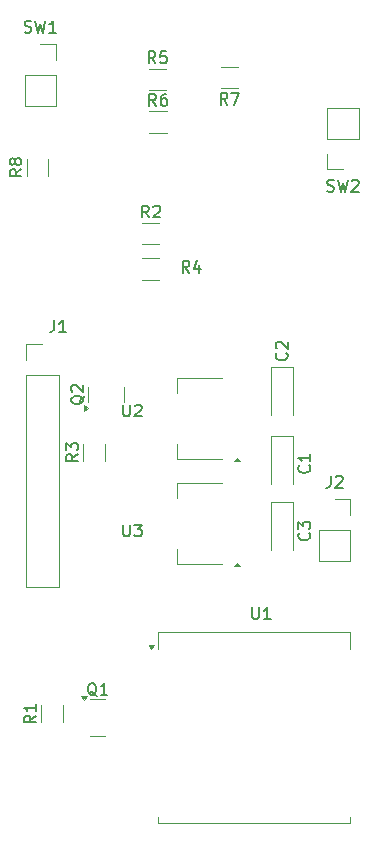
<source format=gbr>
%TF.GenerationSoftware,KiCad,Pcbnew,9.0.4*%
%TF.CreationDate,2025-09-14T15:21:27+10:00*%
%TF.ProjectId,opensenceesp32,6f70656e-7365-46e6-9365-65737033322e,rev?*%
%TF.SameCoordinates,Original*%
%TF.FileFunction,Legend,Top*%
%TF.FilePolarity,Positive*%
%FSLAX46Y46*%
G04 Gerber Fmt 4.6, Leading zero omitted, Abs format (unit mm)*
G04 Created by KiCad (PCBNEW 9.0.4) date 2025-09-14 15:21:27*
%MOMM*%
%LPD*%
G01*
G04 APERTURE LIST*
%ADD10C,0.150000*%
%ADD11C,0.120000*%
G04 APERTURE END LIST*
D10*
X242236666Y-99300819D02*
X242236666Y-100015104D01*
X242236666Y-100015104D02*
X242189047Y-100157961D01*
X242189047Y-100157961D02*
X242093809Y-100253200D01*
X242093809Y-100253200D02*
X241950952Y-100300819D01*
X241950952Y-100300819D02*
X241855714Y-100300819D01*
X242665238Y-99396057D02*
X242712857Y-99348438D01*
X242712857Y-99348438D02*
X242808095Y-99300819D01*
X242808095Y-99300819D02*
X243046190Y-99300819D01*
X243046190Y-99300819D02*
X243141428Y-99348438D01*
X243141428Y-99348438D02*
X243189047Y-99396057D01*
X243189047Y-99396057D02*
X243236666Y-99491295D01*
X243236666Y-99491295D02*
X243236666Y-99586533D01*
X243236666Y-99586533D02*
X243189047Y-99729390D01*
X243189047Y-99729390D02*
X242617619Y-100300819D01*
X242617619Y-100300819D02*
X243236666Y-100300819D01*
X220824019Y-97473466D02*
X220347828Y-97806799D01*
X220824019Y-98044894D02*
X219824019Y-98044894D01*
X219824019Y-98044894D02*
X219824019Y-97663942D01*
X219824019Y-97663942D02*
X219871638Y-97568704D01*
X219871638Y-97568704D02*
X219919257Y-97521085D01*
X219919257Y-97521085D02*
X220014495Y-97473466D01*
X220014495Y-97473466D02*
X220157352Y-97473466D01*
X220157352Y-97473466D02*
X220252590Y-97521085D01*
X220252590Y-97521085D02*
X220300209Y-97568704D01*
X220300209Y-97568704D02*
X220347828Y-97663942D01*
X220347828Y-97663942D02*
X220347828Y-98044894D01*
X219824019Y-97140132D02*
X219824019Y-96521085D01*
X219824019Y-96521085D02*
X220204971Y-96854418D01*
X220204971Y-96854418D02*
X220204971Y-96711561D01*
X220204971Y-96711561D02*
X220252590Y-96616323D01*
X220252590Y-96616323D02*
X220300209Y-96568704D01*
X220300209Y-96568704D02*
X220395447Y-96521085D01*
X220395447Y-96521085D02*
X220633542Y-96521085D01*
X220633542Y-96521085D02*
X220728780Y-96568704D01*
X220728780Y-96568704D02*
X220776400Y-96616323D01*
X220776400Y-96616323D02*
X220824019Y-96711561D01*
X220824019Y-96711561D02*
X220824019Y-96997275D01*
X220824019Y-96997275D02*
X220776400Y-97092513D01*
X220776400Y-97092513D02*
X220728780Y-97140132D01*
X224663095Y-103424819D02*
X224663095Y-104234342D01*
X224663095Y-104234342D02*
X224710714Y-104329580D01*
X224710714Y-104329580D02*
X224758333Y-104377200D01*
X224758333Y-104377200D02*
X224853571Y-104424819D01*
X224853571Y-104424819D02*
X225044047Y-104424819D01*
X225044047Y-104424819D02*
X225139285Y-104377200D01*
X225139285Y-104377200D02*
X225186904Y-104329580D01*
X225186904Y-104329580D02*
X225234523Y-104234342D01*
X225234523Y-104234342D02*
X225234523Y-103424819D01*
X225615476Y-103424819D02*
X226234523Y-103424819D01*
X226234523Y-103424819D02*
X225901190Y-103805771D01*
X225901190Y-103805771D02*
X226044047Y-103805771D01*
X226044047Y-103805771D02*
X226139285Y-103853390D01*
X226139285Y-103853390D02*
X226186904Y-103901009D01*
X226186904Y-103901009D02*
X226234523Y-103996247D01*
X226234523Y-103996247D02*
X226234523Y-104234342D01*
X226234523Y-104234342D02*
X226186904Y-104329580D01*
X226186904Y-104329580D02*
X226139285Y-104377200D01*
X226139285Y-104377200D02*
X226044047Y-104424819D01*
X226044047Y-104424819D02*
X225758333Y-104424819D01*
X225758333Y-104424819D02*
X225663095Y-104377200D01*
X225663095Y-104377200D02*
X225615476Y-104329580D01*
X224663095Y-93264819D02*
X224663095Y-94074342D01*
X224663095Y-94074342D02*
X224710714Y-94169580D01*
X224710714Y-94169580D02*
X224758333Y-94217200D01*
X224758333Y-94217200D02*
X224853571Y-94264819D01*
X224853571Y-94264819D02*
X225044047Y-94264819D01*
X225044047Y-94264819D02*
X225139285Y-94217200D01*
X225139285Y-94217200D02*
X225186904Y-94169580D01*
X225186904Y-94169580D02*
X225234523Y-94074342D01*
X225234523Y-94074342D02*
X225234523Y-93264819D01*
X225663095Y-93360057D02*
X225710714Y-93312438D01*
X225710714Y-93312438D02*
X225805952Y-93264819D01*
X225805952Y-93264819D02*
X226044047Y-93264819D01*
X226044047Y-93264819D02*
X226139285Y-93312438D01*
X226139285Y-93312438D02*
X226186904Y-93360057D01*
X226186904Y-93360057D02*
X226234523Y-93455295D01*
X226234523Y-93455295D02*
X226234523Y-93550533D01*
X226234523Y-93550533D02*
X226186904Y-93693390D01*
X226186904Y-93693390D02*
X225615476Y-94264819D01*
X225615476Y-94264819D02*
X226234523Y-94264819D01*
X240389580Y-98421666D02*
X240437200Y-98469285D01*
X240437200Y-98469285D02*
X240484819Y-98612142D01*
X240484819Y-98612142D02*
X240484819Y-98707380D01*
X240484819Y-98707380D02*
X240437200Y-98850237D01*
X240437200Y-98850237D02*
X240341961Y-98945475D01*
X240341961Y-98945475D02*
X240246723Y-98993094D01*
X240246723Y-98993094D02*
X240056247Y-99040713D01*
X240056247Y-99040713D02*
X239913390Y-99040713D01*
X239913390Y-99040713D02*
X239722914Y-98993094D01*
X239722914Y-98993094D02*
X239627676Y-98945475D01*
X239627676Y-98945475D02*
X239532438Y-98850237D01*
X239532438Y-98850237D02*
X239484819Y-98707380D01*
X239484819Y-98707380D02*
X239484819Y-98612142D01*
X239484819Y-98612142D02*
X239532438Y-98469285D01*
X239532438Y-98469285D02*
X239580057Y-98421666D01*
X240484819Y-97469285D02*
X240484819Y-98040713D01*
X240484819Y-97754999D02*
X239484819Y-97754999D01*
X239484819Y-97754999D02*
X239627676Y-97850237D01*
X239627676Y-97850237D02*
X239722914Y-97945475D01*
X239722914Y-97945475D02*
X239770533Y-98040713D01*
X217268019Y-119597466D02*
X216791828Y-119930799D01*
X217268019Y-120168894D02*
X216268019Y-120168894D01*
X216268019Y-120168894D02*
X216268019Y-119787942D01*
X216268019Y-119787942D02*
X216315638Y-119692704D01*
X216315638Y-119692704D02*
X216363257Y-119645085D01*
X216363257Y-119645085D02*
X216458495Y-119597466D01*
X216458495Y-119597466D02*
X216601352Y-119597466D01*
X216601352Y-119597466D02*
X216696590Y-119645085D01*
X216696590Y-119645085D02*
X216744209Y-119692704D01*
X216744209Y-119692704D02*
X216791828Y-119787942D01*
X216791828Y-119787942D02*
X216791828Y-120168894D01*
X217268019Y-118645085D02*
X217268019Y-119216513D01*
X217268019Y-118930799D02*
X216268019Y-118930799D01*
X216268019Y-118930799D02*
X216410876Y-119026037D01*
X216410876Y-119026037D02*
X216506114Y-119121275D01*
X216506114Y-119121275D02*
X216553733Y-119216513D01*
X216318667Y-61721400D02*
X216461524Y-61769019D01*
X216461524Y-61769019D02*
X216699619Y-61769019D01*
X216699619Y-61769019D02*
X216794857Y-61721400D01*
X216794857Y-61721400D02*
X216842476Y-61673780D01*
X216842476Y-61673780D02*
X216890095Y-61578542D01*
X216890095Y-61578542D02*
X216890095Y-61483304D01*
X216890095Y-61483304D02*
X216842476Y-61388066D01*
X216842476Y-61388066D02*
X216794857Y-61340447D01*
X216794857Y-61340447D02*
X216699619Y-61292828D01*
X216699619Y-61292828D02*
X216509143Y-61245209D01*
X216509143Y-61245209D02*
X216413905Y-61197590D01*
X216413905Y-61197590D02*
X216366286Y-61149971D01*
X216366286Y-61149971D02*
X216318667Y-61054733D01*
X216318667Y-61054733D02*
X216318667Y-60959495D01*
X216318667Y-60959495D02*
X216366286Y-60864257D01*
X216366286Y-60864257D02*
X216413905Y-60816638D01*
X216413905Y-60816638D02*
X216509143Y-60769019D01*
X216509143Y-60769019D02*
X216747238Y-60769019D01*
X216747238Y-60769019D02*
X216890095Y-60816638D01*
X217223429Y-60769019D02*
X217461524Y-61769019D01*
X217461524Y-61769019D02*
X217652000Y-61054733D01*
X217652000Y-61054733D02*
X217842476Y-61769019D01*
X217842476Y-61769019D02*
X218080572Y-60769019D01*
X218985333Y-61769019D02*
X218413905Y-61769019D01*
X218699619Y-61769019D02*
X218699619Y-60769019D01*
X218699619Y-60769019D02*
X218604381Y-60911876D01*
X218604381Y-60911876D02*
X218509143Y-61007114D01*
X218509143Y-61007114D02*
X218413905Y-61054733D01*
X226832533Y-77415619D02*
X226499200Y-76939428D01*
X226261105Y-77415619D02*
X226261105Y-76415619D01*
X226261105Y-76415619D02*
X226642057Y-76415619D01*
X226642057Y-76415619D02*
X226737295Y-76463238D01*
X226737295Y-76463238D02*
X226784914Y-76510857D01*
X226784914Y-76510857D02*
X226832533Y-76606095D01*
X226832533Y-76606095D02*
X226832533Y-76748952D01*
X226832533Y-76748952D02*
X226784914Y-76844190D01*
X226784914Y-76844190D02*
X226737295Y-76891809D01*
X226737295Y-76891809D02*
X226642057Y-76939428D01*
X226642057Y-76939428D02*
X226261105Y-76939428D01*
X227213486Y-76510857D02*
X227261105Y-76463238D01*
X227261105Y-76463238D02*
X227356343Y-76415619D01*
X227356343Y-76415619D02*
X227594438Y-76415619D01*
X227594438Y-76415619D02*
X227689676Y-76463238D01*
X227689676Y-76463238D02*
X227737295Y-76510857D01*
X227737295Y-76510857D02*
X227784914Y-76606095D01*
X227784914Y-76606095D02*
X227784914Y-76701333D01*
X227784914Y-76701333D02*
X227737295Y-76844190D01*
X227737295Y-76844190D02*
X227165867Y-77415619D01*
X227165867Y-77415619D02*
X227784914Y-77415619D01*
X238484580Y-88896666D02*
X238532200Y-88944285D01*
X238532200Y-88944285D02*
X238579819Y-89087142D01*
X238579819Y-89087142D02*
X238579819Y-89182380D01*
X238579819Y-89182380D02*
X238532200Y-89325237D01*
X238532200Y-89325237D02*
X238436961Y-89420475D01*
X238436961Y-89420475D02*
X238341723Y-89468094D01*
X238341723Y-89468094D02*
X238151247Y-89515713D01*
X238151247Y-89515713D02*
X238008390Y-89515713D01*
X238008390Y-89515713D02*
X237817914Y-89468094D01*
X237817914Y-89468094D02*
X237722676Y-89420475D01*
X237722676Y-89420475D02*
X237627438Y-89325237D01*
X237627438Y-89325237D02*
X237579819Y-89182380D01*
X237579819Y-89182380D02*
X237579819Y-89087142D01*
X237579819Y-89087142D02*
X237627438Y-88944285D01*
X237627438Y-88944285D02*
X237675057Y-88896666D01*
X237675057Y-88515713D02*
X237627438Y-88468094D01*
X237627438Y-88468094D02*
X237579819Y-88372856D01*
X237579819Y-88372856D02*
X237579819Y-88134761D01*
X237579819Y-88134761D02*
X237627438Y-88039523D01*
X237627438Y-88039523D02*
X237675057Y-87991904D01*
X237675057Y-87991904D02*
X237770295Y-87944285D01*
X237770295Y-87944285D02*
X237865533Y-87944285D01*
X237865533Y-87944285D02*
X238008390Y-87991904D01*
X238008390Y-87991904D02*
X238579819Y-88563332D01*
X238579819Y-88563332D02*
X238579819Y-87944285D01*
X233487333Y-67867619D02*
X233154000Y-67391428D01*
X232915905Y-67867619D02*
X232915905Y-66867619D01*
X232915905Y-66867619D02*
X233296857Y-66867619D01*
X233296857Y-66867619D02*
X233392095Y-66915238D01*
X233392095Y-66915238D02*
X233439714Y-66962857D01*
X233439714Y-66962857D02*
X233487333Y-67058095D01*
X233487333Y-67058095D02*
X233487333Y-67200952D01*
X233487333Y-67200952D02*
X233439714Y-67296190D01*
X233439714Y-67296190D02*
X233392095Y-67343809D01*
X233392095Y-67343809D02*
X233296857Y-67391428D01*
X233296857Y-67391428D02*
X232915905Y-67391428D01*
X233820667Y-66867619D02*
X234487333Y-66867619D01*
X234487333Y-66867619D02*
X234058762Y-67867619D01*
X216048819Y-73343466D02*
X215572628Y-73676799D01*
X216048819Y-73914894D02*
X215048819Y-73914894D01*
X215048819Y-73914894D02*
X215048819Y-73533942D01*
X215048819Y-73533942D02*
X215096438Y-73438704D01*
X215096438Y-73438704D02*
X215144057Y-73391085D01*
X215144057Y-73391085D02*
X215239295Y-73343466D01*
X215239295Y-73343466D02*
X215382152Y-73343466D01*
X215382152Y-73343466D02*
X215477390Y-73391085D01*
X215477390Y-73391085D02*
X215525009Y-73438704D01*
X215525009Y-73438704D02*
X215572628Y-73533942D01*
X215572628Y-73533942D02*
X215572628Y-73914894D01*
X215477390Y-72772037D02*
X215429771Y-72867275D01*
X215429771Y-72867275D02*
X215382152Y-72914894D01*
X215382152Y-72914894D02*
X215286914Y-72962513D01*
X215286914Y-72962513D02*
X215239295Y-72962513D01*
X215239295Y-72962513D02*
X215144057Y-72914894D01*
X215144057Y-72914894D02*
X215096438Y-72867275D01*
X215096438Y-72867275D02*
X215048819Y-72772037D01*
X215048819Y-72772037D02*
X215048819Y-72581561D01*
X215048819Y-72581561D02*
X215096438Y-72486323D01*
X215096438Y-72486323D02*
X215144057Y-72438704D01*
X215144057Y-72438704D02*
X215239295Y-72391085D01*
X215239295Y-72391085D02*
X215286914Y-72391085D01*
X215286914Y-72391085D02*
X215382152Y-72438704D01*
X215382152Y-72438704D02*
X215429771Y-72486323D01*
X215429771Y-72486323D02*
X215477390Y-72581561D01*
X215477390Y-72581561D02*
X215477390Y-72772037D01*
X215477390Y-72772037D02*
X215525009Y-72867275D01*
X215525009Y-72867275D02*
X215572628Y-72914894D01*
X215572628Y-72914894D02*
X215667866Y-72962513D01*
X215667866Y-72962513D02*
X215858342Y-72962513D01*
X215858342Y-72962513D02*
X215953580Y-72914894D01*
X215953580Y-72914894D02*
X216001200Y-72867275D01*
X216001200Y-72867275D02*
X216048819Y-72772037D01*
X216048819Y-72772037D02*
X216048819Y-72581561D01*
X216048819Y-72581561D02*
X216001200Y-72486323D01*
X216001200Y-72486323D02*
X215953580Y-72438704D01*
X215953580Y-72438704D02*
X215858342Y-72391085D01*
X215858342Y-72391085D02*
X215667866Y-72391085D01*
X215667866Y-72391085D02*
X215572628Y-72438704D01*
X215572628Y-72438704D02*
X215525009Y-72486323D01*
X215525009Y-72486323D02*
X215477390Y-72581561D01*
X227392533Y-64360019D02*
X227059200Y-63883828D01*
X226821105Y-64360019D02*
X226821105Y-63360019D01*
X226821105Y-63360019D02*
X227202057Y-63360019D01*
X227202057Y-63360019D02*
X227297295Y-63407638D01*
X227297295Y-63407638D02*
X227344914Y-63455257D01*
X227344914Y-63455257D02*
X227392533Y-63550495D01*
X227392533Y-63550495D02*
X227392533Y-63693352D01*
X227392533Y-63693352D02*
X227344914Y-63788590D01*
X227344914Y-63788590D02*
X227297295Y-63836209D01*
X227297295Y-63836209D02*
X227202057Y-63883828D01*
X227202057Y-63883828D02*
X226821105Y-63883828D01*
X228297295Y-63360019D02*
X227821105Y-63360019D01*
X227821105Y-63360019D02*
X227773486Y-63836209D01*
X227773486Y-63836209D02*
X227821105Y-63788590D01*
X227821105Y-63788590D02*
X227916343Y-63740971D01*
X227916343Y-63740971D02*
X228154438Y-63740971D01*
X228154438Y-63740971D02*
X228249676Y-63788590D01*
X228249676Y-63788590D02*
X228297295Y-63836209D01*
X228297295Y-63836209D02*
X228344914Y-63931447D01*
X228344914Y-63931447D02*
X228344914Y-64169542D01*
X228344914Y-64169542D02*
X228297295Y-64264780D01*
X228297295Y-64264780D02*
X228249676Y-64312400D01*
X228249676Y-64312400D02*
X228154438Y-64360019D01*
X228154438Y-64360019D02*
X227916343Y-64360019D01*
X227916343Y-64360019D02*
X227821105Y-64312400D01*
X227821105Y-64312400D02*
X227773486Y-64264780D01*
X218817866Y-86119619D02*
X218817866Y-86833904D01*
X218817866Y-86833904D02*
X218770247Y-86976761D01*
X218770247Y-86976761D02*
X218675009Y-87072000D01*
X218675009Y-87072000D02*
X218532152Y-87119619D01*
X218532152Y-87119619D02*
X218436914Y-87119619D01*
X219817866Y-87119619D02*
X219246438Y-87119619D01*
X219532152Y-87119619D02*
X219532152Y-86119619D01*
X219532152Y-86119619D02*
X219436914Y-86262476D01*
X219436914Y-86262476D02*
X219341676Y-86357714D01*
X219341676Y-86357714D02*
X219246438Y-86405333D01*
X235585095Y-110419019D02*
X235585095Y-111228542D01*
X235585095Y-111228542D02*
X235632714Y-111323780D01*
X235632714Y-111323780D02*
X235680333Y-111371400D01*
X235680333Y-111371400D02*
X235775571Y-111419019D01*
X235775571Y-111419019D02*
X235966047Y-111419019D01*
X235966047Y-111419019D02*
X236061285Y-111371400D01*
X236061285Y-111371400D02*
X236108904Y-111323780D01*
X236108904Y-111323780D02*
X236156523Y-111228542D01*
X236156523Y-111228542D02*
X236156523Y-110419019D01*
X237156523Y-111419019D02*
X236585095Y-111419019D01*
X236870809Y-111419019D02*
X236870809Y-110419019D01*
X236870809Y-110419019D02*
X236775571Y-110561876D01*
X236775571Y-110561876D02*
X236680333Y-110657114D01*
X236680333Y-110657114D02*
X236585095Y-110704733D01*
X240389580Y-104136666D02*
X240437200Y-104184285D01*
X240437200Y-104184285D02*
X240484819Y-104327142D01*
X240484819Y-104327142D02*
X240484819Y-104422380D01*
X240484819Y-104422380D02*
X240437200Y-104565237D01*
X240437200Y-104565237D02*
X240341961Y-104660475D01*
X240341961Y-104660475D02*
X240246723Y-104708094D01*
X240246723Y-104708094D02*
X240056247Y-104755713D01*
X240056247Y-104755713D02*
X239913390Y-104755713D01*
X239913390Y-104755713D02*
X239722914Y-104708094D01*
X239722914Y-104708094D02*
X239627676Y-104660475D01*
X239627676Y-104660475D02*
X239532438Y-104565237D01*
X239532438Y-104565237D02*
X239484819Y-104422380D01*
X239484819Y-104422380D02*
X239484819Y-104327142D01*
X239484819Y-104327142D02*
X239532438Y-104184285D01*
X239532438Y-104184285D02*
X239580057Y-104136666D01*
X239484819Y-103803332D02*
X239484819Y-103184285D01*
X239484819Y-103184285D02*
X239865771Y-103517618D01*
X239865771Y-103517618D02*
X239865771Y-103374761D01*
X239865771Y-103374761D02*
X239913390Y-103279523D01*
X239913390Y-103279523D02*
X239961009Y-103231904D01*
X239961009Y-103231904D02*
X240056247Y-103184285D01*
X240056247Y-103184285D02*
X240294342Y-103184285D01*
X240294342Y-103184285D02*
X240389580Y-103231904D01*
X240389580Y-103231904D02*
X240437200Y-103279523D01*
X240437200Y-103279523D02*
X240484819Y-103374761D01*
X240484819Y-103374761D02*
X240484819Y-103660475D01*
X240484819Y-103660475D02*
X240437200Y-103755713D01*
X240437200Y-103755713D02*
X240389580Y-103803332D01*
X241922867Y-75191600D02*
X242065724Y-75239219D01*
X242065724Y-75239219D02*
X242303819Y-75239219D01*
X242303819Y-75239219D02*
X242399057Y-75191600D01*
X242399057Y-75191600D02*
X242446676Y-75143980D01*
X242446676Y-75143980D02*
X242494295Y-75048742D01*
X242494295Y-75048742D02*
X242494295Y-74953504D01*
X242494295Y-74953504D02*
X242446676Y-74858266D01*
X242446676Y-74858266D02*
X242399057Y-74810647D01*
X242399057Y-74810647D02*
X242303819Y-74763028D01*
X242303819Y-74763028D02*
X242113343Y-74715409D01*
X242113343Y-74715409D02*
X242018105Y-74667790D01*
X242018105Y-74667790D02*
X241970486Y-74620171D01*
X241970486Y-74620171D02*
X241922867Y-74524933D01*
X241922867Y-74524933D02*
X241922867Y-74429695D01*
X241922867Y-74429695D02*
X241970486Y-74334457D01*
X241970486Y-74334457D02*
X242018105Y-74286838D01*
X242018105Y-74286838D02*
X242113343Y-74239219D01*
X242113343Y-74239219D02*
X242351438Y-74239219D01*
X242351438Y-74239219D02*
X242494295Y-74286838D01*
X242827629Y-74239219D02*
X243065724Y-75239219D01*
X243065724Y-75239219D02*
X243256200Y-74524933D01*
X243256200Y-74524933D02*
X243446676Y-75239219D01*
X243446676Y-75239219D02*
X243684772Y-74239219D01*
X244018105Y-74334457D02*
X244065724Y-74286838D01*
X244065724Y-74286838D02*
X244160962Y-74239219D01*
X244160962Y-74239219D02*
X244399057Y-74239219D01*
X244399057Y-74239219D02*
X244494295Y-74286838D01*
X244494295Y-74286838D02*
X244541914Y-74334457D01*
X244541914Y-74334457D02*
X244589533Y-74429695D01*
X244589533Y-74429695D02*
X244589533Y-74524933D01*
X244589533Y-74524933D02*
X244541914Y-74667790D01*
X244541914Y-74667790D02*
X243970486Y-75239219D01*
X243970486Y-75239219D02*
X244589533Y-75239219D01*
X230262133Y-82090419D02*
X229928800Y-81614228D01*
X229690705Y-82090419D02*
X229690705Y-81090419D01*
X229690705Y-81090419D02*
X230071657Y-81090419D01*
X230071657Y-81090419D02*
X230166895Y-81138038D01*
X230166895Y-81138038D02*
X230214514Y-81185657D01*
X230214514Y-81185657D02*
X230262133Y-81280895D01*
X230262133Y-81280895D02*
X230262133Y-81423752D01*
X230262133Y-81423752D02*
X230214514Y-81518990D01*
X230214514Y-81518990D02*
X230166895Y-81566609D01*
X230166895Y-81566609D02*
X230071657Y-81614228D01*
X230071657Y-81614228D02*
X229690705Y-81614228D01*
X231119276Y-81423752D02*
X231119276Y-82090419D01*
X230881181Y-81042800D02*
X230643086Y-81757085D01*
X230643086Y-81757085D02*
X231262133Y-81757085D01*
X227443333Y-67966819D02*
X227110000Y-67490628D01*
X226871905Y-67966819D02*
X226871905Y-66966819D01*
X226871905Y-66966819D02*
X227252857Y-66966819D01*
X227252857Y-66966819D02*
X227348095Y-67014438D01*
X227348095Y-67014438D02*
X227395714Y-67062057D01*
X227395714Y-67062057D02*
X227443333Y-67157295D01*
X227443333Y-67157295D02*
X227443333Y-67300152D01*
X227443333Y-67300152D02*
X227395714Y-67395390D01*
X227395714Y-67395390D02*
X227348095Y-67443009D01*
X227348095Y-67443009D02*
X227252857Y-67490628D01*
X227252857Y-67490628D02*
X226871905Y-67490628D01*
X228300476Y-66966819D02*
X228110000Y-66966819D01*
X228110000Y-66966819D02*
X228014762Y-67014438D01*
X228014762Y-67014438D02*
X227967143Y-67062057D01*
X227967143Y-67062057D02*
X227871905Y-67204914D01*
X227871905Y-67204914D02*
X227824286Y-67395390D01*
X227824286Y-67395390D02*
X227824286Y-67776342D01*
X227824286Y-67776342D02*
X227871905Y-67871580D01*
X227871905Y-67871580D02*
X227919524Y-67919200D01*
X227919524Y-67919200D02*
X228014762Y-67966819D01*
X228014762Y-67966819D02*
X228205238Y-67966819D01*
X228205238Y-67966819D02*
X228300476Y-67919200D01*
X228300476Y-67919200D02*
X228348095Y-67871580D01*
X228348095Y-67871580D02*
X228395714Y-67776342D01*
X228395714Y-67776342D02*
X228395714Y-67538247D01*
X228395714Y-67538247D02*
X228348095Y-67443009D01*
X228348095Y-67443009D02*
X228300476Y-67395390D01*
X228300476Y-67395390D02*
X228205238Y-67347771D01*
X228205238Y-67347771D02*
X228014762Y-67347771D01*
X228014762Y-67347771D02*
X227919524Y-67395390D01*
X227919524Y-67395390D02*
X227871905Y-67443009D01*
X227871905Y-67443009D02*
X227824286Y-67538247D01*
X221350057Y-92502738D02*
X221302438Y-92597976D01*
X221302438Y-92597976D02*
X221207200Y-92693214D01*
X221207200Y-92693214D02*
X221064342Y-92836071D01*
X221064342Y-92836071D02*
X221016723Y-92931309D01*
X221016723Y-92931309D02*
X221016723Y-93026547D01*
X221254819Y-92978928D02*
X221207200Y-93074166D01*
X221207200Y-93074166D02*
X221111961Y-93169404D01*
X221111961Y-93169404D02*
X220921485Y-93217023D01*
X220921485Y-93217023D02*
X220588152Y-93217023D01*
X220588152Y-93217023D02*
X220397676Y-93169404D01*
X220397676Y-93169404D02*
X220302438Y-93074166D01*
X220302438Y-93074166D02*
X220254819Y-92978928D01*
X220254819Y-92978928D02*
X220254819Y-92788452D01*
X220254819Y-92788452D02*
X220302438Y-92693214D01*
X220302438Y-92693214D02*
X220397676Y-92597976D01*
X220397676Y-92597976D02*
X220588152Y-92550357D01*
X220588152Y-92550357D02*
X220921485Y-92550357D01*
X220921485Y-92550357D02*
X221111961Y-92597976D01*
X221111961Y-92597976D02*
X221207200Y-92693214D01*
X221207200Y-92693214D02*
X221254819Y-92788452D01*
X221254819Y-92788452D02*
X221254819Y-92978928D01*
X220350057Y-92169404D02*
X220302438Y-92121785D01*
X220302438Y-92121785D02*
X220254819Y-92026547D01*
X220254819Y-92026547D02*
X220254819Y-91788452D01*
X220254819Y-91788452D02*
X220302438Y-91693214D01*
X220302438Y-91693214D02*
X220350057Y-91645595D01*
X220350057Y-91645595D02*
X220445295Y-91597976D01*
X220445295Y-91597976D02*
X220540533Y-91597976D01*
X220540533Y-91597976D02*
X220683390Y-91645595D01*
X220683390Y-91645595D02*
X221254819Y-92217023D01*
X221254819Y-92217023D02*
X221254819Y-91597976D01*
X222408761Y-117936457D02*
X222313523Y-117888838D01*
X222313523Y-117888838D02*
X222218285Y-117793600D01*
X222218285Y-117793600D02*
X222075428Y-117650742D01*
X222075428Y-117650742D02*
X221980190Y-117603123D01*
X221980190Y-117603123D02*
X221884952Y-117603123D01*
X221932571Y-117841219D02*
X221837333Y-117793600D01*
X221837333Y-117793600D02*
X221742095Y-117698361D01*
X221742095Y-117698361D02*
X221694476Y-117507885D01*
X221694476Y-117507885D02*
X221694476Y-117174552D01*
X221694476Y-117174552D02*
X221742095Y-116984076D01*
X221742095Y-116984076D02*
X221837333Y-116888838D01*
X221837333Y-116888838D02*
X221932571Y-116841219D01*
X221932571Y-116841219D02*
X222123047Y-116841219D01*
X222123047Y-116841219D02*
X222218285Y-116888838D01*
X222218285Y-116888838D02*
X222313523Y-116984076D01*
X222313523Y-116984076D02*
X222361142Y-117174552D01*
X222361142Y-117174552D02*
X222361142Y-117507885D01*
X222361142Y-117507885D02*
X222313523Y-117698361D01*
X222313523Y-117698361D02*
X222218285Y-117793600D01*
X222218285Y-117793600D02*
X222123047Y-117841219D01*
X222123047Y-117841219D02*
X221932571Y-117841219D01*
X223313523Y-117841219D02*
X222742095Y-117841219D01*
X223027809Y-117841219D02*
X223027809Y-116841219D01*
X223027809Y-116841219D02*
X222932571Y-116984076D01*
X222932571Y-116984076D02*
X222837333Y-117079314D01*
X222837333Y-117079314D02*
X222742095Y-117126933D01*
D11*
%TO.C,J2*%
X241240000Y-103886000D02*
X241240000Y-106486000D01*
X241240000Y-103886000D02*
X243900000Y-103886000D01*
X241240000Y-106486000D02*
X243900000Y-106486000D01*
X242570000Y-101286000D02*
X243900000Y-101286000D01*
X243900000Y-101286000D02*
X243900000Y-102616000D01*
X243900000Y-103886000D02*
X243900000Y-106486000D01*
%TO.C,R3*%
X223109200Y-98033864D02*
X223109200Y-96579736D01*
X221289200Y-98033864D02*
X221289200Y-96579736D01*
%TO.C,U3*%
X229230000Y-99925000D02*
X229230000Y-101185000D01*
X229230000Y-106745000D02*
X229230000Y-105485000D01*
X232990000Y-99925000D02*
X229230000Y-99925000D01*
X232990000Y-106745000D02*
X229230000Y-106745000D01*
X234510000Y-106975000D02*
X234030000Y-106975000D01*
X234270000Y-106645000D01*
X234510000Y-106975000D01*
G36*
X234510000Y-106975000D02*
G01*
X234030000Y-106975000D01*
X234270000Y-106645000D01*
X234510000Y-106975000D01*
G37*
%TO.C,U2*%
X229230000Y-91035000D02*
X229230000Y-92295000D01*
X229230000Y-97855000D02*
X229230000Y-96595000D01*
X232990000Y-91035000D02*
X229230000Y-91035000D01*
X232990000Y-97855000D02*
X229230000Y-97855000D01*
X234510000Y-98085000D02*
X234030000Y-98085000D01*
X234270000Y-97755000D01*
X234510000Y-98085000D01*
G36*
X234510000Y-98085000D02*
G01*
X234030000Y-98085000D01*
X234270000Y-97755000D01*
X234510000Y-98085000D01*
G37*
%TO.C,C1*%
X237170000Y-95930000D02*
X237170000Y-100025000D01*
X239080000Y-95930000D02*
X237170000Y-95930000D01*
X239080000Y-100025000D02*
X239080000Y-95930000D01*
%TO.C,R1*%
X219553200Y-120157864D02*
X219553200Y-118703736D01*
X217733200Y-120157864D02*
X217733200Y-118703736D01*
%TO.C,SW1*%
X216322000Y-65354200D02*
X216322000Y-67954200D01*
X216322000Y-65354200D02*
X218982000Y-65354200D01*
X216322000Y-67954200D02*
X218982000Y-67954200D01*
X217652000Y-62754200D02*
X218982000Y-62754200D01*
X218982000Y-62754200D02*
X218982000Y-64084200D01*
X218982000Y-65354200D02*
X218982000Y-67954200D01*
%TO.C,R2*%
X226272136Y-77880800D02*
X227726264Y-77880800D01*
X226272136Y-79700800D02*
X227726264Y-79700800D01*
%TO.C,C2*%
X237170000Y-90045000D02*
X237170000Y-94140000D01*
X239080000Y-90045000D02*
X237170000Y-90045000D01*
X239080000Y-94140000D02*
X239080000Y-90045000D01*
%TO.C,R7*%
X234381064Y-64672800D02*
X232926936Y-64672800D01*
X234381064Y-66492800D02*
X232926936Y-66492800D01*
%TO.C,R8*%
X218334000Y-73903864D02*
X218334000Y-72449736D01*
X216514000Y-73903864D02*
X216514000Y-72449736D01*
%TO.C,R5*%
X226832136Y-66645200D02*
X228286264Y-66645200D01*
X226832136Y-64825200D02*
X228286264Y-64825200D01*
%TO.C,J1*%
X216425000Y-88155000D02*
X217805000Y-88155000D01*
X216425000Y-89535000D02*
X216425000Y-88155000D01*
X216425000Y-90805000D02*
X216425000Y-108695000D01*
X216425000Y-90805000D02*
X219185000Y-90805000D01*
X216425000Y-108695000D02*
X219185000Y-108695000D01*
X219185000Y-90805000D02*
X219185000Y-108695000D01*
%TO.C,U1*%
X227602000Y-112489200D02*
X227602000Y-113989200D01*
X227602000Y-128709200D02*
X227602000Y-128209200D01*
X243822000Y-112489200D02*
X227602000Y-112489200D01*
X243822000Y-112489200D02*
X243822000Y-113989200D01*
X243822000Y-128709200D02*
X227602000Y-128709200D01*
X243822000Y-128709200D02*
X243822000Y-128209200D01*
X227052000Y-113989200D02*
X226812000Y-113659200D01*
X227292000Y-113659200D01*
X227052000Y-113989200D01*
G36*
X227052000Y-113989200D02*
G01*
X226812000Y-113659200D01*
X227292000Y-113659200D01*
X227052000Y-113989200D01*
G37*
%TO.C,C3*%
X237170000Y-101475000D02*
X237170000Y-105570000D01*
X239080000Y-101475000D02*
X237170000Y-101475000D01*
X239080000Y-105570000D02*
X239080000Y-101475000D01*
%TO.C,SW2*%
X241926200Y-70744400D02*
X241926200Y-68144400D01*
X241926200Y-73344400D02*
X241926200Y-72014400D01*
X243256200Y-73344400D02*
X241926200Y-73344400D01*
X244586200Y-68144400D02*
X241926200Y-68144400D01*
X244586200Y-70744400D02*
X241926200Y-70744400D01*
X244586200Y-70744400D02*
X244586200Y-68144400D01*
%TO.C,R4*%
X226247336Y-80878000D02*
X227701464Y-80878000D01*
X226247336Y-82698000D02*
X227701464Y-82698000D01*
%TO.C,R6*%
X226882936Y-70252000D02*
X228337064Y-70252000D01*
X226882936Y-68432000D02*
X228337064Y-68432000D01*
%TO.C,Q2*%
X224760000Y-92407500D02*
X224760000Y-93057500D01*
X224760000Y-92407500D02*
X224760000Y-91757500D01*
X221640000Y-92407500D02*
X221640000Y-93057500D01*
X221640000Y-92407500D02*
X221640000Y-91757500D01*
X221690000Y-93570000D02*
X221360000Y-93810000D01*
X221360000Y-93330000D01*
X221690000Y-93570000D01*
G36*
X221690000Y-93570000D02*
G01*
X221360000Y-93810000D01*
X221360000Y-93330000D01*
X221690000Y-93570000D01*
G37*
%TO.C,Q1*%
X222504000Y-118226400D02*
X223154000Y-118226400D01*
X222504000Y-118226400D02*
X221854000Y-118226400D01*
X222504000Y-121346400D02*
X223154000Y-121346400D01*
X222504000Y-121346400D02*
X221854000Y-121346400D01*
X221341500Y-118276400D02*
X221101500Y-117946400D01*
X221581500Y-117946400D01*
X221341500Y-118276400D01*
G36*
X221341500Y-118276400D02*
G01*
X221101500Y-117946400D01*
X221581500Y-117946400D01*
X221341500Y-118276400D01*
G37*
%TD*%
M02*

</source>
